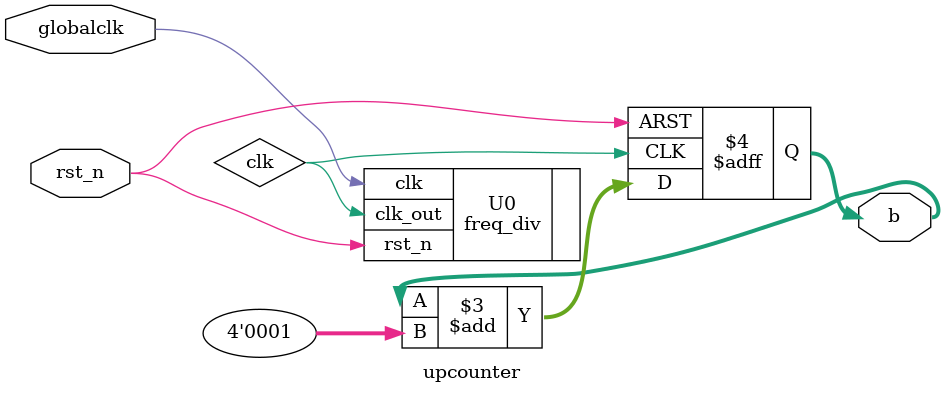
<source format=v>
`timescale 1ns / 1ps


module upcounter(
    input globalclk,
    input rst_n,
    output reg [3:0]b
    );
    wire clk;
    
freq_div U0 (.clk(globalclk),.rst_n(rst_n),.clk_out(clk));
always @(posedge clk or negedge rst_n)
    if (~rst_n)  b = 4'd0;
    else b = b + 4'd1;
endmodule

</source>
